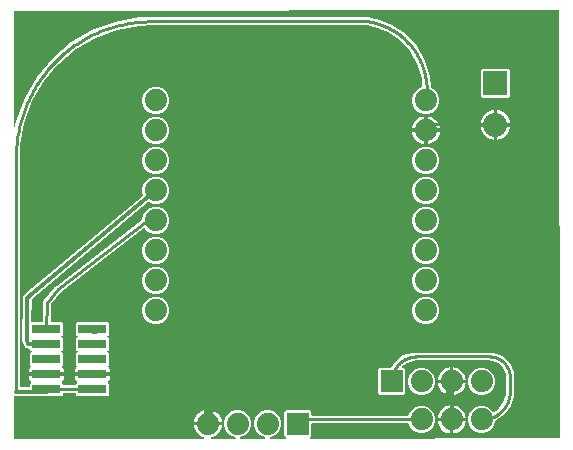
<source format=gbr>
G04 EAGLE Gerber X2 export*
%TF.Part,Single*%
%TF.FileFunction,Copper,L1,Top,Mixed*%
%TF.FilePolarity,Positive*%
%TF.GenerationSoftware,Autodesk,EAGLE,8.6.0*%
%TF.CreationDate,2018-11-20T04:50:41Z*%
G75*
%MOMM*%
%FSLAX34Y34*%
%LPD*%
%AMOC8*
5,1,8,0,0,1.08239X$1,22.5*%
G01*
%ADD10R,1.879600X1.879600*%
%ADD11C,1.879600*%
%ADD12R,2.400000X0.750000*%
%ADD13R,2.032000X2.032000*%
%ADD14C,2.032000*%
%ADD15C,0.254000*%
%ADD16C,0.304800*%

G36*
X165044Y4077D02*
X165044Y4077D01*
X165047Y4078D01*
X165050Y4077D01*
X165169Y4098D01*
X165286Y4117D01*
X165289Y4119D01*
X165293Y4120D01*
X165400Y4178D01*
X165504Y4233D01*
X165506Y4235D01*
X165509Y4237D01*
X165591Y4325D01*
X165673Y4411D01*
X165674Y4415D01*
X165676Y4417D01*
X165725Y4524D01*
X165776Y4635D01*
X165776Y4638D01*
X165778Y4641D01*
X165790Y4760D01*
X165803Y4879D01*
X165802Y4882D01*
X165802Y4886D01*
X165775Y5004D01*
X165750Y5119D01*
X165748Y5122D01*
X165748Y5126D01*
X165684Y5229D01*
X165624Y5330D01*
X165621Y5333D01*
X165619Y5335D01*
X165527Y5413D01*
X165436Y5490D01*
X165433Y5491D01*
X165431Y5493D01*
X165278Y5563D01*
X164073Y5954D01*
X162399Y6807D01*
X160878Y7912D01*
X159550Y9240D01*
X158445Y10761D01*
X157592Y12435D01*
X157011Y14222D01*
X156810Y15495D01*
X167894Y15495D01*
X167914Y15498D01*
X167933Y15496D01*
X168035Y15518D01*
X168137Y15535D01*
X168154Y15544D01*
X168174Y15548D01*
X168263Y15601D01*
X168354Y15650D01*
X168368Y15664D01*
X168385Y15674D01*
X168452Y15753D01*
X168523Y15828D01*
X168532Y15846D01*
X168545Y15861D01*
X168583Y15957D01*
X168627Y16051D01*
X168629Y16071D01*
X168637Y16089D01*
X168655Y16256D01*
X168655Y17019D01*
X168657Y17019D01*
X168657Y16256D01*
X168660Y16236D01*
X168658Y16217D01*
X168680Y16115D01*
X168697Y16013D01*
X168706Y15996D01*
X168710Y15976D01*
X168763Y15887D01*
X168812Y15796D01*
X168826Y15782D01*
X168836Y15765D01*
X168915Y15698D01*
X168990Y15627D01*
X169008Y15618D01*
X169023Y15605D01*
X169119Y15566D01*
X169213Y15523D01*
X169233Y15521D01*
X169251Y15513D01*
X169418Y15495D01*
X180502Y15495D01*
X180301Y14222D01*
X179720Y12435D01*
X178867Y10761D01*
X177762Y9240D01*
X176434Y7912D01*
X174913Y6807D01*
X173239Y5954D01*
X172071Y5574D01*
X172066Y5572D01*
X172062Y5571D01*
X171957Y5516D01*
X171852Y5462D01*
X171849Y5458D01*
X171845Y5456D01*
X171763Y5370D01*
X171681Y5285D01*
X171679Y5281D01*
X171676Y5277D01*
X171625Y5169D01*
X171575Y5063D01*
X171574Y5058D01*
X171572Y5054D01*
X171559Y4936D01*
X171545Y4819D01*
X171546Y4814D01*
X171546Y4810D01*
X171571Y4694D01*
X171595Y4578D01*
X171597Y4574D01*
X171598Y4569D01*
X171660Y4467D01*
X171719Y4365D01*
X171722Y4362D01*
X171725Y4358D01*
X171816Y4281D01*
X171904Y4204D01*
X171908Y4202D01*
X171912Y4199D01*
X172022Y4155D01*
X172131Y4109D01*
X172136Y4109D01*
X172140Y4107D01*
X172307Y4089D01*
X191498Y4120D01*
X191594Y4136D01*
X191690Y4145D01*
X191714Y4156D01*
X191741Y4160D01*
X191826Y4206D01*
X191915Y4245D01*
X191934Y4263D01*
X191958Y4276D01*
X192024Y4346D01*
X192096Y4412D01*
X192109Y4435D01*
X192127Y4454D01*
X192168Y4542D01*
X192214Y4627D01*
X192219Y4653D01*
X192230Y4678D01*
X192241Y4774D01*
X192258Y4869D01*
X192254Y4896D01*
X192257Y4922D01*
X192236Y5017D01*
X192222Y5112D01*
X192210Y5136D01*
X192204Y5162D01*
X192155Y5245D01*
X192111Y5332D01*
X192092Y5350D01*
X192078Y5373D01*
X192004Y5436D01*
X191935Y5504D01*
X191906Y5520D01*
X191891Y5533D01*
X191860Y5545D01*
X191788Y5585D01*
X187581Y7328D01*
X184366Y10543D01*
X182625Y14744D01*
X182625Y19292D01*
X184366Y23493D01*
X187581Y26708D01*
X191782Y28449D01*
X196330Y28449D01*
X200531Y26708D01*
X203746Y23493D01*
X205487Y19292D01*
X205487Y14744D01*
X203746Y10543D01*
X200531Y7328D01*
X196344Y5593D01*
X196261Y5542D01*
X196174Y5496D01*
X196157Y5477D01*
X196135Y5464D01*
X196073Y5388D01*
X196005Y5317D01*
X195994Y5294D01*
X195978Y5274D01*
X195943Y5183D01*
X195902Y5094D01*
X195899Y5068D01*
X195890Y5044D01*
X195886Y4947D01*
X195875Y4849D01*
X195881Y4824D01*
X195879Y4799D01*
X195907Y4705D01*
X195928Y4609D01*
X195941Y4587D01*
X195948Y4562D01*
X196004Y4482D01*
X196054Y4398D01*
X196074Y4381D01*
X196088Y4360D01*
X196167Y4302D01*
X196241Y4238D01*
X196265Y4229D01*
X196286Y4214D01*
X196379Y4183D01*
X196470Y4147D01*
X196501Y4143D01*
X196520Y4137D01*
X196553Y4138D01*
X196637Y4129D01*
X216799Y4161D01*
X216894Y4177D01*
X216991Y4186D01*
X217015Y4197D01*
X217042Y4202D01*
X217127Y4247D01*
X217215Y4286D01*
X217235Y4304D01*
X217259Y4317D01*
X217325Y4387D01*
X217397Y4453D01*
X217409Y4476D01*
X217428Y4496D01*
X217468Y4583D01*
X217515Y4668D01*
X217520Y4695D01*
X217531Y4719D01*
X217542Y4815D01*
X217559Y4910D01*
X217555Y4937D01*
X217558Y4963D01*
X217537Y5058D01*
X217523Y5154D01*
X217511Y5177D01*
X217505Y5204D01*
X217455Y5287D01*
X217412Y5373D01*
X217392Y5392D01*
X217379Y5415D01*
X217305Y5477D01*
X217236Y5545D01*
X217207Y5561D01*
X217191Y5574D01*
X217161Y5586D01*
X217089Y5626D01*
X212981Y7328D01*
X209766Y10543D01*
X208025Y14744D01*
X208025Y19292D01*
X209766Y23493D01*
X212981Y26708D01*
X217182Y28449D01*
X221730Y28449D01*
X225931Y26708D01*
X229146Y23493D01*
X230887Y19292D01*
X230887Y14744D01*
X229146Y10543D01*
X225931Y7328D01*
X221844Y5635D01*
X221761Y5583D01*
X221674Y5537D01*
X221657Y5518D01*
X221635Y5505D01*
X221572Y5430D01*
X221505Y5358D01*
X221494Y5335D01*
X221478Y5316D01*
X221443Y5224D01*
X221402Y5135D01*
X221399Y5110D01*
X221390Y5086D01*
X221386Y4988D01*
X221375Y4891D01*
X221381Y4866D01*
X221380Y4840D01*
X221407Y4746D01*
X221428Y4650D01*
X221441Y4628D01*
X221448Y4604D01*
X221504Y4523D01*
X221554Y4439D01*
X221574Y4423D01*
X221588Y4402D01*
X221667Y4343D01*
X221741Y4280D01*
X221765Y4270D01*
X221786Y4255D01*
X221879Y4225D01*
X221970Y4188D01*
X222001Y4185D01*
X222020Y4179D01*
X222053Y4179D01*
X222137Y4170D01*
X234177Y4190D01*
X234247Y4201D01*
X234318Y4203D01*
X234368Y4221D01*
X234420Y4230D01*
X234483Y4263D01*
X234549Y4288D01*
X234590Y4320D01*
X234637Y4345D01*
X234686Y4397D01*
X234741Y4441D01*
X234770Y4486D01*
X234806Y4524D01*
X234836Y4588D01*
X234874Y4648D01*
X234887Y4699D01*
X234909Y4747D01*
X234917Y4818D01*
X234934Y4887D01*
X234930Y4939D01*
X234936Y4992D01*
X234921Y5061D01*
X234915Y5132D01*
X234895Y5180D01*
X234883Y5232D01*
X234847Y5293D01*
X234819Y5358D01*
X234773Y5415D01*
X234757Y5443D01*
X234739Y5458D01*
X234714Y5489D01*
X233425Y6778D01*
X233425Y27258D01*
X234616Y28449D01*
X255096Y28449D01*
X256287Y27258D01*
X256287Y24638D01*
X256290Y24618D01*
X256288Y24599D01*
X256310Y24497D01*
X256326Y24395D01*
X256336Y24378D01*
X256340Y24358D01*
X256393Y24269D01*
X256442Y24178D01*
X256456Y24164D01*
X256466Y24147D01*
X256545Y24080D01*
X256620Y24008D01*
X256638Y24000D01*
X256653Y23987D01*
X256749Y23948D01*
X256843Y23905D01*
X256863Y23903D01*
X256881Y23895D01*
X257048Y23877D01*
X338245Y23877D01*
X338360Y23896D01*
X338476Y23913D01*
X338481Y23915D01*
X338488Y23916D01*
X338590Y23971D01*
X338695Y24024D01*
X338699Y24029D01*
X338705Y24032D01*
X338785Y24116D01*
X338867Y24200D01*
X338871Y24206D01*
X338874Y24210D01*
X338882Y24227D01*
X338948Y24347D01*
X340068Y27049D01*
X343283Y30264D01*
X347484Y32005D01*
X352032Y32005D01*
X356233Y30264D01*
X359448Y27049D01*
X361189Y22848D01*
X361189Y18300D01*
X359448Y14099D01*
X356233Y10884D01*
X352032Y9143D01*
X347484Y9143D01*
X343283Y10884D01*
X340068Y14099D01*
X338948Y16801D01*
X338887Y16901D01*
X338827Y17001D01*
X338822Y17005D01*
X338819Y17010D01*
X338729Y17085D01*
X338640Y17161D01*
X338634Y17163D01*
X338629Y17167D01*
X338521Y17209D01*
X338412Y17253D01*
X338404Y17254D01*
X338399Y17255D01*
X338381Y17256D01*
X338245Y17271D01*
X257048Y17271D01*
X257028Y17268D01*
X257009Y17270D01*
X256907Y17248D01*
X256805Y17232D01*
X256788Y17222D01*
X256768Y17218D01*
X256679Y17165D01*
X256588Y17116D01*
X256574Y17102D01*
X256557Y17092D01*
X256490Y17013D01*
X256418Y16938D01*
X256410Y16920D01*
X256397Y16905D01*
X256358Y16809D01*
X256315Y16715D01*
X256313Y16695D01*
X256305Y16677D01*
X256287Y16510D01*
X256287Y6778D01*
X255033Y5524D01*
X254990Y5465D01*
X254941Y5413D01*
X254919Y5366D01*
X254889Y5324D01*
X254868Y5255D01*
X254837Y5189D01*
X254832Y5138D01*
X254817Y5089D01*
X254819Y5017D01*
X254811Y4945D01*
X254822Y4895D01*
X254823Y4843D01*
X254848Y4775D01*
X254863Y4705D01*
X254890Y4661D01*
X254908Y4612D01*
X254953Y4556D01*
X254990Y4494D01*
X255029Y4460D01*
X255061Y4420D01*
X255122Y4381D01*
X255177Y4334D01*
X255225Y4315D01*
X255268Y4287D01*
X255338Y4270D01*
X255405Y4243D01*
X255476Y4235D01*
X255507Y4227D01*
X255530Y4229D01*
X255572Y4224D01*
X465832Y4566D01*
X465851Y4569D01*
X465871Y4567D01*
X465972Y4589D01*
X466074Y4606D01*
X466092Y4616D01*
X466111Y4620D01*
X466200Y4673D01*
X466292Y4722D01*
X466305Y4736D01*
X466322Y4746D01*
X466389Y4825D01*
X466461Y4900D01*
X466469Y4918D01*
X466482Y4933D01*
X466520Y5029D01*
X466564Y5124D01*
X466566Y5143D01*
X466573Y5162D01*
X466592Y5328D01*
X466095Y366264D01*
X466092Y366284D01*
X466094Y366303D01*
X466072Y366405D01*
X466055Y366507D01*
X466046Y366524D01*
X466041Y366544D01*
X465988Y366633D01*
X465939Y366724D01*
X465925Y366738D01*
X465915Y366755D01*
X465836Y366822D01*
X465761Y366893D01*
X465743Y366901D01*
X465728Y366914D01*
X465632Y366953D01*
X465538Y366996D01*
X465518Y366999D01*
X465500Y367006D01*
X465333Y367024D01*
X5079Y366524D01*
X5060Y366521D01*
X5041Y366523D01*
X4939Y366501D01*
X4836Y366484D01*
X4819Y366475D01*
X4800Y366471D01*
X4711Y366418D01*
X4619Y366369D01*
X4606Y366355D01*
X4589Y366345D01*
X4521Y366266D01*
X4450Y366190D01*
X4442Y366173D01*
X4429Y366158D01*
X4390Y366061D01*
X4347Y365967D01*
X4345Y365948D01*
X4337Y365930D01*
X4319Y365763D01*
X4319Y269301D01*
X4328Y269244D01*
X4327Y269187D01*
X4348Y269124D01*
X4358Y269058D01*
X4385Y269008D01*
X4403Y268953D01*
X4442Y268900D01*
X4474Y268841D01*
X4515Y268801D01*
X4549Y268755D01*
X4604Y268717D01*
X4652Y268671D01*
X4704Y268647D01*
X4751Y268615D01*
X4815Y268596D01*
X4875Y268568D01*
X4932Y268561D01*
X4987Y268545D01*
X5053Y268548D01*
X5119Y268541D01*
X5175Y268553D01*
X5233Y268555D01*
X5295Y268579D01*
X5360Y268593D01*
X5409Y268622D01*
X5462Y268643D01*
X5514Y268685D01*
X5571Y268719D01*
X5608Y268763D01*
X5652Y268799D01*
X5688Y268855D01*
X5731Y268906D01*
X5752Y268959D01*
X5783Y269008D01*
X5811Y269105D01*
X5823Y269134D01*
X5825Y269152D01*
X5830Y269169D01*
X6628Y273698D01*
X13682Y293077D01*
X23993Y310936D01*
X37248Y326734D01*
X53046Y339989D01*
X70905Y350300D01*
X90284Y357354D01*
X110593Y360935D01*
X302961Y360935D01*
X302994Y360940D01*
X303028Y360938D01*
X303115Y360960D01*
X303204Y360974D01*
X303233Y360990D01*
X303266Y360999D01*
X303411Y361082D01*
X303441Y361104D01*
X304487Y360944D01*
X304520Y360944D01*
X304602Y360935D01*
X305660Y360935D01*
X305686Y360909D01*
X305713Y360889D01*
X305735Y360864D01*
X305813Y360818D01*
X305886Y360765D01*
X305918Y360755D01*
X305947Y360738D01*
X306109Y360694D01*
X311686Y359838D01*
X324655Y354708D01*
X336158Y346819D01*
X345617Y336570D01*
X352557Y324472D01*
X356632Y311133D01*
X357291Y302010D01*
X357312Y301923D01*
X357325Y301834D01*
X357340Y301804D01*
X357348Y301771D01*
X357396Y301695D01*
X357436Y301615D01*
X357460Y301591D01*
X357478Y301562D01*
X357548Y301505D01*
X357612Y301442D01*
X357650Y301421D01*
X357669Y301406D01*
X357698Y301395D01*
X357759Y301361D01*
X359789Y300520D01*
X363004Y297305D01*
X364745Y293104D01*
X364745Y288556D01*
X363004Y284355D01*
X359789Y281140D01*
X355588Y279399D01*
X351040Y279399D01*
X346839Y281140D01*
X343624Y284355D01*
X341883Y288556D01*
X341883Y293104D01*
X343624Y297305D01*
X346839Y300520D01*
X349820Y301755D01*
X349838Y301767D01*
X349859Y301773D01*
X349942Y301831D01*
X350029Y301885D01*
X350043Y301901D01*
X350060Y301914D01*
X350121Y301996D01*
X350186Y302074D01*
X350194Y302094D01*
X350206Y302112D01*
X350238Y302209D01*
X350274Y302304D01*
X350275Y302325D01*
X350282Y302346D01*
X350288Y302513D01*
X349764Y309766D01*
X349764Y309768D01*
X349764Y309769D01*
X349733Y309934D01*
X346166Y321611D01*
X346165Y321612D01*
X346165Y321614D01*
X346098Y321767D01*
X340022Y332358D01*
X340021Y332359D01*
X340021Y332361D01*
X339921Y332496D01*
X331641Y341469D01*
X331640Y341470D01*
X331639Y341471D01*
X331512Y341580D01*
X321442Y348486D01*
X321441Y348487D01*
X321440Y348487D01*
X321292Y348566D01*
X309938Y353058D01*
X309906Y353065D01*
X309815Y353095D01*
X304055Y354313D01*
X304040Y354313D01*
X303898Y354329D01*
X120904Y354329D01*
X120891Y354327D01*
X120871Y354329D01*
X111241Y353908D01*
X111210Y353902D01*
X111142Y353897D01*
X92175Y350553D01*
X92145Y350543D01*
X92047Y350519D01*
X73949Y343931D01*
X73921Y343916D01*
X73828Y343875D01*
X57149Y334245D01*
X57125Y334226D01*
X57040Y334169D01*
X42286Y321789D01*
X42266Y321766D01*
X42193Y321696D01*
X29813Y306942D01*
X29797Y306915D01*
X29737Y306833D01*
X20107Y290154D01*
X20096Y290124D01*
X20051Y290033D01*
X13463Y271935D01*
X13458Y271904D01*
X13429Y271807D01*
X10085Y252840D01*
X10084Y252808D01*
X10074Y252741D01*
X9653Y243111D01*
X9655Y243098D01*
X9653Y243078D01*
X9653Y48514D01*
X9656Y48494D01*
X9654Y48475D01*
X9676Y48373D01*
X9692Y48271D01*
X9702Y48254D01*
X9706Y48234D01*
X9759Y48145D01*
X9808Y48054D01*
X9822Y48040D01*
X9832Y48023D01*
X9911Y47956D01*
X9986Y47884D01*
X10004Y47876D01*
X10019Y47863D01*
X10115Y47824D01*
X10209Y47781D01*
X10229Y47779D01*
X10247Y47771D01*
X10414Y47753D01*
X17268Y47753D01*
X17288Y47756D01*
X17307Y47754D01*
X17409Y47776D01*
X17511Y47792D01*
X17528Y47802D01*
X17548Y47806D01*
X17637Y47859D01*
X17728Y47908D01*
X17742Y47922D01*
X17759Y47932D01*
X17826Y48011D01*
X17898Y48086D01*
X17906Y48104D01*
X17919Y48119D01*
X17958Y48215D01*
X18001Y48309D01*
X18003Y48329D01*
X18011Y48347D01*
X18029Y48514D01*
X18029Y50820D01*
X18975Y51765D01*
X19044Y51862D01*
X19115Y51958D01*
X19116Y51962D01*
X19118Y51965D01*
X19153Y52078D01*
X19189Y52192D01*
X19189Y52196D01*
X19191Y52200D01*
X19188Y52319D01*
X19186Y52438D01*
X19184Y52442D01*
X19184Y52446D01*
X19144Y52557D01*
X19104Y52670D01*
X19101Y52673D01*
X19100Y52677D01*
X19026Y52770D01*
X18952Y52864D01*
X18948Y52867D01*
X18946Y52869D01*
X18934Y52877D01*
X18817Y52963D01*
X18502Y53145D01*
X18029Y53618D01*
X17694Y54197D01*
X17521Y54844D01*
X17521Y57405D01*
X31300Y57405D01*
X31320Y57408D01*
X31339Y57406D01*
X31441Y57428D01*
X31543Y57445D01*
X31560Y57454D01*
X31580Y57458D01*
X31669Y57511D01*
X31760Y57560D01*
X31774Y57574D01*
X31791Y57584D01*
X31858Y57663D01*
X31929Y57738D01*
X31938Y57756D01*
X31951Y57771D01*
X31990Y57867D01*
X32033Y57961D01*
X32035Y57981D01*
X32043Y57999D01*
X32061Y58166D01*
X32061Y59690D01*
X32058Y59710D01*
X32060Y59729D01*
X32038Y59831D01*
X32021Y59933D01*
X32012Y59950D01*
X32008Y59970D01*
X31955Y60059D01*
X31906Y60150D01*
X31892Y60164D01*
X31882Y60181D01*
X31803Y60248D01*
X31728Y60319D01*
X31710Y60328D01*
X31695Y60341D01*
X31599Y60380D01*
X31505Y60423D01*
X31485Y60425D01*
X31467Y60433D01*
X31300Y60451D01*
X17521Y60451D01*
X17521Y63012D01*
X17694Y63659D01*
X18029Y64238D01*
X18502Y64711D01*
X18817Y64893D01*
X18909Y64968D01*
X19002Y65043D01*
X19004Y65046D01*
X19007Y65049D01*
X19070Y65149D01*
X19135Y65250D01*
X19136Y65254D01*
X19138Y65257D01*
X19166Y65373D01*
X19195Y65488D01*
X19195Y65492D01*
X19196Y65496D01*
X19185Y65613D01*
X19176Y65733D01*
X19174Y65737D01*
X19174Y65741D01*
X19126Y65850D01*
X19080Y65960D01*
X19076Y65964D01*
X19075Y65967D01*
X19066Y65977D01*
X18975Y66091D01*
X18029Y67036D01*
X18029Y76220D01*
X19249Y77440D01*
X19261Y77456D01*
X19276Y77468D01*
X19332Y77556D01*
X19393Y77639D01*
X19398Y77658D01*
X19409Y77675D01*
X19434Y77776D01*
X19465Y77875D01*
X19464Y77894D01*
X19469Y77914D01*
X19461Y78017D01*
X19459Y78120D01*
X19452Y78139D01*
X19450Y78159D01*
X19410Y78254D01*
X19374Y78351D01*
X19362Y78367D01*
X19354Y78385D01*
X19249Y78516D01*
X18029Y79736D01*
X18029Y79879D01*
X18023Y79920D01*
X18025Y79961D01*
X18003Y80040D01*
X17990Y80122D01*
X17970Y80158D01*
X17959Y80198D01*
X17913Y80266D01*
X17874Y80339D01*
X17845Y80367D01*
X17821Y80402D01*
X17756Y80452D01*
X17696Y80509D01*
X17659Y80526D01*
X17626Y80551D01*
X17548Y80577D01*
X17473Y80612D01*
X17432Y80617D01*
X17393Y80630D01*
X17310Y80630D01*
X17229Y80639D01*
X17188Y80630D01*
X17147Y80631D01*
X16994Y80588D01*
X16988Y80587D01*
X16987Y80586D01*
X16985Y80586D01*
X16717Y80479D01*
X16178Y80710D01*
X16110Y80727D01*
X16044Y80753D01*
X15970Y80761D01*
X15939Y80769D01*
X15917Y80767D01*
X15878Y80771D01*
X15291Y80771D01*
X14837Y81225D01*
X14788Y81261D01*
X14745Y81304D01*
X14664Y81350D01*
X14637Y81369D01*
X14622Y81373D01*
X14599Y81386D01*
X14009Y81639D01*
X13791Y82184D01*
X13755Y82244D01*
X13727Y82309D01*
X13681Y82367D01*
X13664Y82395D01*
X13647Y82409D01*
X13622Y82440D01*
X13207Y82855D01*
X13207Y83496D01*
X13197Y83557D01*
X13198Y83618D01*
X13173Y83707D01*
X13168Y83739D01*
X13160Y83754D01*
X13153Y83779D01*
X12249Y86039D01*
X12217Y86092D01*
X12194Y86150D01*
X12139Y86221D01*
X12122Y86249D01*
X12109Y86260D01*
X12092Y86283D01*
X11653Y86741D01*
X11665Y87335D01*
X11656Y87403D01*
X11656Y87472D01*
X11635Y87546D01*
X11631Y87578D01*
X11621Y87598D01*
X11611Y87634D01*
X11391Y88185D01*
X11641Y88769D01*
X11656Y88829D01*
X11673Y88869D01*
X11674Y88872D01*
X11674Y88873D01*
X11680Y88886D01*
X11692Y88976D01*
X11700Y89007D01*
X11698Y89024D01*
X11702Y89052D01*
X12411Y122154D01*
X12402Y122219D01*
X12403Y122285D01*
X12385Y122340D01*
X12377Y122398D01*
X12347Y122457D01*
X12327Y122519D01*
X12326Y122520D01*
X12446Y123868D01*
X12445Y123888D01*
X12449Y123920D01*
X12478Y125284D01*
X12484Y125296D01*
X12519Y125342D01*
X12540Y125404D01*
X12570Y125463D01*
X12570Y125464D01*
X13608Y126333D01*
X13621Y126347D01*
X13646Y126367D01*
X14632Y127311D01*
X14644Y127315D01*
X14702Y127323D01*
X14761Y127353D01*
X14823Y127373D01*
X14892Y127419D01*
X14922Y127434D01*
X14935Y127448D01*
X14963Y127466D01*
X113670Y210029D01*
X113688Y210050D01*
X113711Y210066D01*
X113768Y210143D01*
X113831Y210215D01*
X113841Y210241D01*
X113858Y210263D01*
X113887Y210354D01*
X113923Y210443D01*
X113925Y210471D01*
X113934Y210497D01*
X113933Y210593D01*
X113939Y210688D01*
X113932Y210715D01*
X113931Y210743D01*
X113885Y210904D01*
X113283Y212356D01*
X113283Y216904D01*
X115024Y221105D01*
X118239Y224320D01*
X122440Y226061D01*
X126988Y226061D01*
X131189Y224320D01*
X134404Y221105D01*
X136145Y216904D01*
X136145Y212356D01*
X134404Y208155D01*
X131189Y204940D01*
X126988Y203199D01*
X122440Y203199D01*
X118955Y204643D01*
X118873Y204662D01*
X118795Y204690D01*
X118754Y204690D01*
X118715Y204699D01*
X118632Y204691D01*
X118549Y204692D01*
X118511Y204680D01*
X118470Y204676D01*
X118394Y204642D01*
X118315Y204616D01*
X118271Y204587D01*
X118246Y204576D01*
X118224Y204556D01*
X118175Y204524D01*
X19789Y122228D01*
X19713Y122140D01*
X19635Y122053D01*
X19632Y122047D01*
X19628Y122042D01*
X19584Y121935D01*
X19538Y121827D01*
X19537Y121819D01*
X19535Y121814D01*
X19534Y121795D01*
X19516Y121661D01*
X19129Y103588D01*
X19133Y103560D01*
X19129Y103533D01*
X19150Y103439D01*
X19163Y103345D01*
X19176Y103320D01*
X19182Y103292D01*
X19231Y103210D01*
X19274Y103125D01*
X19294Y103105D01*
X19308Y103081D01*
X19380Y103019D01*
X19448Y102952D01*
X19473Y102939D01*
X19495Y102921D01*
X19583Y102885D01*
X19669Y102843D01*
X19697Y102840D01*
X19723Y102829D01*
X19890Y102811D01*
X28218Y102811D01*
X28225Y102812D01*
X28232Y102811D01*
X28346Y102832D01*
X28461Y102850D01*
X28467Y102854D01*
X28474Y102855D01*
X28576Y102911D01*
X28678Y102966D01*
X28683Y102971D01*
X28689Y102974D01*
X28768Y103060D01*
X28848Y103144D01*
X28851Y103150D01*
X28855Y103155D01*
X28902Y103262D01*
X28951Y103367D01*
X28952Y103374D01*
X28955Y103380D01*
X28979Y103546D01*
X29513Y119246D01*
X29509Y119279D01*
X29509Y119358D01*
X29388Y120420D01*
X29404Y120440D01*
X29421Y120471D01*
X29445Y120497D01*
X29481Y120578D01*
X29524Y120654D01*
X29530Y120689D01*
X29545Y120722D01*
X29569Y120888D01*
X29570Y120913D01*
X30350Y121643D01*
X30370Y121669D01*
X30426Y121725D01*
X38457Y131817D01*
X38516Y131924D01*
X38576Y132029D01*
X38576Y132031D01*
X38577Y132032D01*
X38578Y132038D01*
X38616Y132192D01*
X38647Y132431D01*
X39337Y132960D01*
X39343Y132966D01*
X39351Y132971D01*
X39469Y133090D01*
X40010Y133770D01*
X40250Y133797D01*
X40365Y133830D01*
X40484Y133863D01*
X40485Y133864D01*
X40486Y133864D01*
X40491Y133867D01*
X40627Y133950D01*
X112985Y189461D01*
X112998Y189474D01*
X113013Y189483D01*
X113082Y189564D01*
X113154Y189640D01*
X113161Y189657D01*
X113173Y189670D01*
X113212Y189768D01*
X113256Y189864D01*
X113258Y189882D01*
X113265Y189898D01*
X113283Y190065D01*
X113283Y191504D01*
X115024Y195705D01*
X118239Y198920D01*
X122440Y200661D01*
X126988Y200661D01*
X131189Y198920D01*
X134404Y195705D01*
X136145Y191504D01*
X136145Y186956D01*
X134404Y182755D01*
X131189Y179540D01*
X126988Y177799D01*
X122440Y177799D01*
X118239Y179540D01*
X115527Y182252D01*
X115451Y182306D01*
X115380Y182366D01*
X115352Y182377D01*
X115327Y182395D01*
X115238Y182422D01*
X115151Y182457D01*
X115121Y182459D01*
X115092Y182467D01*
X114999Y182465D01*
X114906Y182470D01*
X114877Y182462D01*
X114846Y182461D01*
X114759Y182429D01*
X114669Y182404D01*
X114636Y182384D01*
X114615Y182377D01*
X114590Y182356D01*
X114525Y182317D01*
X44149Y128326D01*
X44143Y128320D01*
X44135Y128315D01*
X44017Y128196D01*
X36244Y118428D01*
X36227Y118397D01*
X36203Y118371D01*
X36167Y118290D01*
X36124Y118213D01*
X36118Y118178D01*
X36103Y118146D01*
X36079Y117980D01*
X35590Y103598D01*
X35594Y103565D01*
X35591Y103533D01*
X35610Y103444D01*
X35622Y103354D01*
X35636Y103324D01*
X35643Y103292D01*
X35689Y103214D01*
X35729Y103133D01*
X35752Y103109D01*
X35769Y103081D01*
X35838Y103022D01*
X35902Y102957D01*
X35931Y102943D01*
X35956Y102921D01*
X36040Y102887D01*
X36121Y102846D01*
X36154Y102841D01*
X36184Y102829D01*
X36351Y102811D01*
X44904Y102811D01*
X46095Y101620D01*
X46095Y92436D01*
X44875Y91216D01*
X44863Y91200D01*
X44848Y91188D01*
X44792Y91100D01*
X44731Y91017D01*
X44726Y90998D01*
X44715Y90981D01*
X44690Y90880D01*
X44659Y90781D01*
X44660Y90762D01*
X44655Y90742D01*
X44663Y90639D01*
X44665Y90536D01*
X44672Y90517D01*
X44674Y90497D01*
X44714Y90402D01*
X44750Y90305D01*
X44762Y90289D01*
X44770Y90271D01*
X44875Y90140D01*
X46095Y88920D01*
X46095Y79736D01*
X44875Y78516D01*
X44863Y78500D01*
X44848Y78488D01*
X44792Y78400D01*
X44731Y78317D01*
X44726Y78298D01*
X44715Y78281D01*
X44690Y78180D01*
X44659Y78081D01*
X44660Y78062D01*
X44655Y78042D01*
X44663Y77939D01*
X44665Y77836D01*
X44672Y77817D01*
X44674Y77797D01*
X44714Y77702D01*
X44750Y77605D01*
X44762Y77589D01*
X44770Y77571D01*
X44875Y77440D01*
X46095Y76220D01*
X46095Y67036D01*
X45149Y66091D01*
X45080Y65994D01*
X45009Y65898D01*
X45008Y65894D01*
X45006Y65891D01*
X44971Y65778D01*
X44935Y65664D01*
X44935Y65660D01*
X44933Y65656D01*
X44936Y65537D01*
X44938Y65418D01*
X44940Y65414D01*
X44940Y65410D01*
X44980Y65299D01*
X45020Y65186D01*
X45023Y65183D01*
X45024Y65179D01*
X45098Y65086D01*
X45172Y64992D01*
X45176Y64989D01*
X45178Y64987D01*
X45190Y64979D01*
X45307Y64893D01*
X45622Y64711D01*
X46095Y64238D01*
X46430Y63659D01*
X46603Y63012D01*
X46603Y60451D01*
X32824Y60451D01*
X32804Y60448D01*
X32785Y60450D01*
X32683Y60428D01*
X32581Y60411D01*
X32564Y60402D01*
X32544Y60398D01*
X32455Y60345D01*
X32364Y60296D01*
X32350Y60282D01*
X32333Y60272D01*
X32266Y60193D01*
X32195Y60118D01*
X32186Y60100D01*
X32173Y60085D01*
X32134Y59989D01*
X32091Y59895D01*
X32089Y59875D01*
X32081Y59857D01*
X32063Y59690D01*
X32063Y58166D01*
X32066Y58146D01*
X32064Y58127D01*
X32086Y58025D01*
X32103Y57923D01*
X32112Y57906D01*
X32116Y57886D01*
X32169Y57797D01*
X32218Y57706D01*
X32232Y57692D01*
X32242Y57675D01*
X32321Y57608D01*
X32396Y57537D01*
X32414Y57528D01*
X32429Y57515D01*
X32525Y57476D01*
X32619Y57433D01*
X32639Y57431D01*
X32657Y57423D01*
X32824Y57405D01*
X46603Y57405D01*
X46603Y54844D01*
X46430Y54197D01*
X46095Y53618D01*
X45622Y53145D01*
X45307Y52963D01*
X45215Y52888D01*
X45122Y52813D01*
X45120Y52810D01*
X45117Y52807D01*
X45054Y52707D01*
X44989Y52606D01*
X44988Y52602D01*
X44986Y52599D01*
X44958Y52483D01*
X44929Y52368D01*
X44929Y52364D01*
X44928Y52360D01*
X44939Y52241D01*
X44948Y52123D01*
X44950Y52119D01*
X44950Y52115D01*
X44998Y52006D01*
X45044Y51896D01*
X45048Y51892D01*
X45049Y51889D01*
X45058Y51879D01*
X45149Y51765D01*
X46095Y50820D01*
X46095Y50292D01*
X46098Y50272D01*
X46096Y50253D01*
X46118Y50151D01*
X46134Y50049D01*
X46144Y50032D01*
X46148Y50012D01*
X46201Y49923D01*
X46250Y49832D01*
X46264Y49818D01*
X46274Y49801D01*
X46353Y49734D01*
X46428Y49662D01*
X46446Y49654D01*
X46461Y49641D01*
X46557Y49602D01*
X46651Y49559D01*
X46671Y49557D01*
X46689Y49549D01*
X46856Y49531D01*
X56268Y49531D01*
X56288Y49534D01*
X56307Y49532D01*
X56409Y49554D01*
X56511Y49570D01*
X56528Y49580D01*
X56548Y49584D01*
X56637Y49637D01*
X56728Y49686D01*
X56742Y49700D01*
X56759Y49710D01*
X56826Y49789D01*
X56898Y49864D01*
X56906Y49882D01*
X56919Y49897D01*
X56958Y49993D01*
X57001Y50087D01*
X57003Y50107D01*
X57011Y50125D01*
X57029Y50292D01*
X57029Y50820D01*
X57975Y51765D01*
X58044Y51862D01*
X58115Y51958D01*
X58116Y51962D01*
X58118Y51965D01*
X58153Y52078D01*
X58189Y52192D01*
X58189Y52196D01*
X58191Y52200D01*
X58188Y52319D01*
X58186Y52438D01*
X58184Y52442D01*
X58184Y52446D01*
X58144Y52557D01*
X58104Y52670D01*
X58101Y52673D01*
X58100Y52677D01*
X58026Y52770D01*
X57952Y52864D01*
X57948Y52867D01*
X57946Y52869D01*
X57934Y52877D01*
X57817Y52963D01*
X57502Y53145D01*
X57029Y53618D01*
X56694Y54197D01*
X56521Y54844D01*
X56521Y57405D01*
X70300Y57405D01*
X70320Y57408D01*
X70339Y57406D01*
X70441Y57428D01*
X70543Y57445D01*
X70560Y57454D01*
X70580Y57458D01*
X70669Y57511D01*
X70760Y57560D01*
X70774Y57574D01*
X70791Y57584D01*
X70858Y57663D01*
X70929Y57738D01*
X70938Y57756D01*
X70951Y57771D01*
X70990Y57867D01*
X71033Y57961D01*
X71035Y57981D01*
X71043Y57999D01*
X71061Y58166D01*
X71061Y59690D01*
X71058Y59710D01*
X71060Y59729D01*
X71038Y59831D01*
X71021Y59933D01*
X71012Y59950D01*
X71008Y59970D01*
X70955Y60059D01*
X70906Y60150D01*
X70892Y60164D01*
X70882Y60181D01*
X70803Y60248D01*
X70728Y60319D01*
X70710Y60328D01*
X70695Y60341D01*
X70599Y60380D01*
X70505Y60423D01*
X70485Y60425D01*
X70467Y60433D01*
X70300Y60451D01*
X56521Y60451D01*
X56521Y63012D01*
X56694Y63659D01*
X57029Y64238D01*
X57502Y64711D01*
X57817Y64893D01*
X57909Y64968D01*
X58002Y65043D01*
X58004Y65046D01*
X58007Y65049D01*
X58070Y65149D01*
X58135Y65250D01*
X58136Y65254D01*
X58138Y65257D01*
X58166Y65373D01*
X58195Y65488D01*
X58195Y65492D01*
X58196Y65496D01*
X58185Y65613D01*
X58176Y65733D01*
X58174Y65737D01*
X58174Y65741D01*
X58126Y65850D01*
X58080Y65960D01*
X58076Y65964D01*
X58075Y65967D01*
X58066Y65977D01*
X57975Y66091D01*
X57029Y67036D01*
X57029Y76220D01*
X58249Y77440D01*
X58261Y77456D01*
X58276Y77468D01*
X58332Y77556D01*
X58393Y77639D01*
X58398Y77658D01*
X58409Y77675D01*
X58434Y77776D01*
X58465Y77875D01*
X58464Y77894D01*
X58469Y77914D01*
X58461Y78017D01*
X58459Y78120D01*
X58452Y78139D01*
X58450Y78159D01*
X58410Y78254D01*
X58374Y78351D01*
X58362Y78367D01*
X58354Y78385D01*
X58249Y78516D01*
X57029Y79736D01*
X57029Y88920D01*
X58249Y90140D01*
X58261Y90156D01*
X58276Y90168D01*
X58332Y90256D01*
X58393Y90339D01*
X58398Y90358D01*
X58409Y90375D01*
X58434Y90476D01*
X58465Y90575D01*
X58464Y90594D01*
X58469Y90614D01*
X58461Y90717D01*
X58459Y90820D01*
X58452Y90839D01*
X58450Y90859D01*
X58410Y90954D01*
X58374Y91051D01*
X58362Y91067D01*
X58354Y91085D01*
X58249Y91216D01*
X57029Y92436D01*
X57029Y101620D01*
X58220Y102811D01*
X83904Y102811D01*
X85095Y101620D01*
X85095Y92436D01*
X83875Y91216D01*
X83863Y91200D01*
X83848Y91188D01*
X83792Y91100D01*
X83731Y91017D01*
X83726Y90998D01*
X83715Y90981D01*
X83690Y90880D01*
X83659Y90781D01*
X83660Y90762D01*
X83655Y90742D01*
X83663Y90639D01*
X83665Y90536D01*
X83672Y90517D01*
X83674Y90497D01*
X83714Y90402D01*
X83750Y90305D01*
X83762Y90289D01*
X83770Y90271D01*
X83875Y90140D01*
X85095Y88920D01*
X85095Y79736D01*
X83875Y78516D01*
X83863Y78500D01*
X83848Y78488D01*
X83792Y78400D01*
X83731Y78317D01*
X83726Y78298D01*
X83715Y78281D01*
X83690Y78180D01*
X83659Y78081D01*
X83660Y78062D01*
X83655Y78042D01*
X83663Y77939D01*
X83665Y77836D01*
X83672Y77817D01*
X83674Y77797D01*
X83714Y77702D01*
X83750Y77605D01*
X83762Y77589D01*
X83770Y77571D01*
X83875Y77440D01*
X85095Y76220D01*
X85095Y67036D01*
X84149Y66091D01*
X84080Y65994D01*
X84009Y65898D01*
X84008Y65894D01*
X84006Y65891D01*
X83971Y65778D01*
X83935Y65664D01*
X83935Y65660D01*
X83933Y65656D01*
X83936Y65537D01*
X83938Y65418D01*
X83940Y65414D01*
X83940Y65410D01*
X83980Y65299D01*
X84020Y65186D01*
X84023Y65183D01*
X84024Y65179D01*
X84098Y65086D01*
X84172Y64992D01*
X84176Y64989D01*
X84178Y64987D01*
X84190Y64979D01*
X84307Y64893D01*
X84622Y64711D01*
X85095Y64238D01*
X85430Y63659D01*
X85603Y63012D01*
X85603Y60451D01*
X71824Y60451D01*
X71804Y60448D01*
X71785Y60450D01*
X71683Y60428D01*
X71581Y60411D01*
X71564Y60402D01*
X71544Y60398D01*
X71455Y60345D01*
X71364Y60296D01*
X71350Y60282D01*
X71333Y60272D01*
X71266Y60193D01*
X71195Y60118D01*
X71186Y60100D01*
X71173Y60085D01*
X71134Y59989D01*
X71091Y59895D01*
X71089Y59875D01*
X71081Y59857D01*
X71063Y59690D01*
X71063Y58166D01*
X71066Y58146D01*
X71064Y58127D01*
X71086Y58025D01*
X71103Y57923D01*
X71112Y57906D01*
X71116Y57886D01*
X71169Y57797D01*
X71218Y57706D01*
X71232Y57692D01*
X71242Y57675D01*
X71321Y57608D01*
X71396Y57537D01*
X71414Y57528D01*
X71429Y57515D01*
X71525Y57476D01*
X71619Y57433D01*
X71639Y57431D01*
X71657Y57423D01*
X71824Y57405D01*
X85603Y57405D01*
X85603Y54844D01*
X85430Y54197D01*
X85095Y53618D01*
X84622Y53145D01*
X84307Y52963D01*
X84215Y52888D01*
X84122Y52813D01*
X84120Y52810D01*
X84117Y52807D01*
X84054Y52707D01*
X83989Y52606D01*
X83988Y52602D01*
X83986Y52599D01*
X83958Y52483D01*
X83929Y52368D01*
X83929Y52364D01*
X83928Y52360D01*
X83939Y52241D01*
X83948Y52123D01*
X83950Y52119D01*
X83950Y52115D01*
X83998Y52006D01*
X84044Y51896D01*
X84048Y51892D01*
X84049Y51889D01*
X84058Y51879D01*
X84149Y51765D01*
X85095Y50820D01*
X85095Y41636D01*
X83904Y40445D01*
X58220Y40445D01*
X57029Y41636D01*
X57029Y42164D01*
X57026Y42184D01*
X57028Y42203D01*
X57006Y42305D01*
X56990Y42407D01*
X56980Y42424D01*
X56976Y42444D01*
X56923Y42533D01*
X56874Y42624D01*
X56860Y42638D01*
X56850Y42655D01*
X56771Y42722D01*
X56696Y42794D01*
X56678Y42802D01*
X56663Y42815D01*
X56567Y42854D01*
X56473Y42897D01*
X56453Y42899D01*
X56435Y42907D01*
X56268Y42925D01*
X46856Y42925D01*
X46836Y42922D01*
X46817Y42924D01*
X46715Y42902D01*
X46613Y42886D01*
X46596Y42876D01*
X46576Y42872D01*
X46487Y42819D01*
X46396Y42770D01*
X46382Y42756D01*
X46365Y42746D01*
X46298Y42667D01*
X46226Y42592D01*
X46218Y42574D01*
X46205Y42559D01*
X46166Y42463D01*
X46123Y42369D01*
X46121Y42349D01*
X46113Y42331D01*
X46095Y42164D01*
X46095Y41636D01*
X44904Y40445D01*
X19209Y40445D01*
X19175Y40470D01*
X19106Y40529D01*
X19076Y40541D01*
X19049Y40560D01*
X18962Y40587D01*
X18877Y40621D01*
X18837Y40625D01*
X18814Y40632D01*
X18782Y40631D01*
X18711Y40639D01*
X5080Y40639D01*
X5060Y40636D01*
X5041Y40638D01*
X4939Y40616D01*
X4837Y40600D01*
X4820Y40590D01*
X4800Y40586D01*
X4711Y40533D01*
X4620Y40484D01*
X4606Y40470D01*
X4589Y40460D01*
X4522Y40381D01*
X4450Y40306D01*
X4442Y40288D01*
X4429Y40273D01*
X4390Y40177D01*
X4347Y40083D01*
X4345Y40063D01*
X4337Y40045D01*
X4319Y39878D01*
X4319Y4579D01*
X4322Y4558D01*
X4320Y4538D01*
X4342Y4437D01*
X4358Y4336D01*
X4368Y4318D01*
X4372Y4298D01*
X4425Y4209D01*
X4474Y4118D01*
X4488Y4104D01*
X4499Y4087D01*
X4577Y4020D01*
X4652Y3949D01*
X4671Y3940D01*
X4686Y3927D01*
X4782Y3889D01*
X4875Y3845D01*
X4895Y3843D01*
X4914Y3836D01*
X5081Y3817D01*
X165044Y4077D01*
G37*
%LPC*%
G36*
X398284Y9143D02*
X398284Y9143D01*
X394083Y10884D01*
X390868Y14099D01*
X389127Y18300D01*
X389127Y22848D01*
X390868Y27049D01*
X394083Y30264D01*
X398284Y32005D01*
X402832Y32005D01*
X407033Y30264D01*
X410187Y27111D01*
X410254Y27062D01*
X410317Y27007D01*
X410354Y26991D01*
X410386Y26967D01*
X410466Y26943D01*
X410543Y26910D01*
X410583Y26907D01*
X410621Y26895D01*
X410705Y26897D01*
X410788Y26891D01*
X410827Y26900D01*
X410867Y26901D01*
X410946Y26930D01*
X411027Y26950D01*
X411072Y26976D01*
X411098Y26986D01*
X411121Y27004D01*
X411172Y27033D01*
X415015Y29825D01*
X415040Y29850D01*
X415070Y29869D01*
X415183Y29993D01*
X418827Y35008D01*
X418843Y35040D01*
X418866Y35067D01*
X418935Y35220D01*
X420850Y41115D01*
X420851Y41121D01*
X420854Y41126D01*
X420885Y41291D01*
X421129Y44390D01*
X421127Y44412D01*
X421131Y44450D01*
X421131Y56388D01*
X421127Y56414D01*
X421128Y56463D01*
X420869Y59089D01*
X420862Y59116D01*
X420861Y59145D01*
X420815Y59306D01*
X418805Y64158D01*
X418770Y64214D01*
X418744Y64274D01*
X418692Y64339D01*
X418675Y64367D01*
X418660Y64380D01*
X418640Y64405D01*
X414925Y68120D01*
X414872Y68158D01*
X414825Y68204D01*
X414752Y68244D01*
X414726Y68263D01*
X414707Y68269D01*
X414678Y68285D01*
X409826Y70295D01*
X409798Y70301D01*
X409773Y70314D01*
X409609Y70349D01*
X406983Y70608D01*
X406956Y70606D01*
X406908Y70611D01*
X345440Y70611D01*
X345418Y70608D01*
X345380Y70609D01*
X342718Y70399D01*
X342713Y70398D01*
X342707Y70398D01*
X342543Y70364D01*
X337479Y68719D01*
X337447Y68703D01*
X337412Y68694D01*
X337267Y68611D01*
X333177Y65640D01*
X333171Y65634D01*
X333164Y65630D01*
X333085Y65547D01*
X333004Y65465D01*
X333001Y65458D01*
X332995Y65452D01*
X332946Y65347D01*
X332896Y65244D01*
X332895Y65236D01*
X332891Y65229D01*
X332879Y65115D01*
X332864Y65000D01*
X332865Y64992D01*
X332864Y64985D01*
X332889Y64872D01*
X332911Y64759D01*
X332915Y64752D01*
X332917Y64744D01*
X332975Y64646D01*
X333033Y64545D01*
X333039Y64540D01*
X333043Y64533D01*
X333130Y64458D01*
X333216Y64381D01*
X333224Y64378D01*
X333230Y64373D01*
X333337Y64330D01*
X333442Y64285D01*
X333450Y64284D01*
X333458Y64281D01*
X333624Y64263D01*
X334598Y64263D01*
X335789Y63072D01*
X335789Y42592D01*
X334598Y41401D01*
X314118Y41401D01*
X312927Y42592D01*
X312927Y63072D01*
X314118Y64263D01*
X323216Y64263D01*
X323243Y64267D01*
X323271Y64265D01*
X323364Y64287D01*
X323459Y64302D01*
X323483Y64315D01*
X323510Y64322D01*
X323591Y64373D01*
X323676Y64418D01*
X323695Y64438D01*
X323719Y64453D01*
X323832Y64577D01*
X327982Y70290D01*
X334231Y74830D01*
X341578Y77217D01*
X411051Y77217D01*
X418707Y74046D01*
X424566Y68187D01*
X427737Y60531D01*
X427737Y40145D01*
X425076Y31957D01*
X420016Y24992D01*
X413051Y19932D01*
X412515Y19758D01*
X412494Y19747D01*
X412470Y19742D01*
X412385Y19690D01*
X412296Y19645D01*
X412280Y19628D01*
X412259Y19615D01*
X412194Y19540D01*
X412125Y19468D01*
X412115Y19447D01*
X412099Y19428D01*
X412062Y19336D01*
X412019Y19246D01*
X412016Y19222D01*
X412007Y19200D01*
X411989Y19034D01*
X411989Y18300D01*
X410248Y14099D01*
X407033Y10884D01*
X402832Y9143D01*
X398284Y9143D01*
G37*
%LPD*%
%LPC*%
G36*
X401240Y292861D02*
X401240Y292861D01*
X400049Y294052D01*
X400049Y316056D01*
X401240Y317247D01*
X423244Y317247D01*
X424435Y316056D01*
X424435Y294052D01*
X423244Y292861D01*
X401240Y292861D01*
G37*
%LPD*%
%LPC*%
G36*
X122440Y152399D02*
X122440Y152399D01*
X118239Y154140D01*
X115024Y157355D01*
X113283Y161556D01*
X113283Y166104D01*
X115024Y170305D01*
X118239Y173520D01*
X122440Y175261D01*
X126988Y175261D01*
X131189Y173520D01*
X134404Y170305D01*
X136145Y166104D01*
X136145Y161556D01*
X134404Y157355D01*
X131189Y154140D01*
X126988Y152399D01*
X122440Y152399D01*
G37*
%LPD*%
%LPC*%
G36*
X122440Y126999D02*
X122440Y126999D01*
X118239Y128740D01*
X115024Y131955D01*
X113283Y136156D01*
X113283Y140704D01*
X115024Y144905D01*
X118239Y148120D01*
X122440Y149861D01*
X126988Y149861D01*
X131189Y148120D01*
X134404Y144905D01*
X136145Y140704D01*
X136145Y136156D01*
X134404Y131955D01*
X131189Y128740D01*
X126988Y126999D01*
X122440Y126999D01*
G37*
%LPD*%
%LPC*%
G36*
X347484Y41401D02*
X347484Y41401D01*
X343283Y43142D01*
X340068Y46357D01*
X338327Y50558D01*
X338327Y55106D01*
X340068Y59307D01*
X343283Y62522D01*
X347484Y64263D01*
X352032Y64263D01*
X356233Y62522D01*
X359448Y59307D01*
X361189Y55106D01*
X361189Y50558D01*
X359448Y46357D01*
X356233Y43142D01*
X352032Y41401D01*
X347484Y41401D01*
G37*
%LPD*%
%LPC*%
G36*
X398284Y41401D02*
X398284Y41401D01*
X394083Y43142D01*
X390868Y46357D01*
X389127Y50558D01*
X389127Y55106D01*
X390868Y59307D01*
X394083Y62522D01*
X398284Y64263D01*
X402832Y64263D01*
X407033Y62522D01*
X410248Y59307D01*
X411989Y55106D01*
X411989Y50558D01*
X410248Y46357D01*
X407033Y43142D01*
X402832Y41401D01*
X398284Y41401D01*
G37*
%LPD*%
%LPC*%
G36*
X122440Y253999D02*
X122440Y253999D01*
X118239Y255740D01*
X115024Y258955D01*
X113283Y263156D01*
X113283Y267704D01*
X115024Y271905D01*
X118239Y275120D01*
X122440Y276861D01*
X126988Y276861D01*
X131189Y275120D01*
X134404Y271905D01*
X136145Y267704D01*
X136145Y263156D01*
X134404Y258955D01*
X131189Y255740D01*
X126988Y253999D01*
X122440Y253999D01*
G37*
%LPD*%
%LPC*%
G36*
X122440Y279399D02*
X122440Y279399D01*
X118239Y281140D01*
X115024Y284355D01*
X113283Y288556D01*
X113283Y293104D01*
X115024Y297305D01*
X118239Y300520D01*
X122440Y302261D01*
X126988Y302261D01*
X131189Y300520D01*
X134404Y297305D01*
X136145Y293104D01*
X136145Y288556D01*
X134404Y284355D01*
X131189Y281140D01*
X126988Y279399D01*
X122440Y279399D01*
G37*
%LPD*%
%LPC*%
G36*
X122440Y101599D02*
X122440Y101599D01*
X118239Y103340D01*
X115024Y106555D01*
X113283Y110756D01*
X113283Y115304D01*
X115024Y119505D01*
X118239Y122720D01*
X122440Y124461D01*
X126988Y124461D01*
X131189Y122720D01*
X134404Y119505D01*
X136145Y115304D01*
X136145Y110756D01*
X134404Y106555D01*
X131189Y103340D01*
X126988Y101599D01*
X122440Y101599D01*
G37*
%LPD*%
%LPC*%
G36*
X351040Y101599D02*
X351040Y101599D01*
X346839Y103340D01*
X343624Y106555D01*
X341883Y110756D01*
X341883Y115304D01*
X343624Y119505D01*
X346839Y122720D01*
X351040Y124461D01*
X355588Y124461D01*
X359789Y122720D01*
X363004Y119505D01*
X364745Y115304D01*
X364745Y110756D01*
X363004Y106555D01*
X359789Y103340D01*
X355588Y101599D01*
X351040Y101599D01*
G37*
%LPD*%
%LPC*%
G36*
X351040Y126999D02*
X351040Y126999D01*
X346839Y128740D01*
X343624Y131955D01*
X341883Y136156D01*
X341883Y140704D01*
X343624Y144905D01*
X346839Y148120D01*
X351040Y149861D01*
X355588Y149861D01*
X359789Y148120D01*
X363004Y144905D01*
X364745Y140704D01*
X364745Y136156D01*
X363004Y131955D01*
X359789Y128740D01*
X355588Y126999D01*
X351040Y126999D01*
G37*
%LPD*%
%LPC*%
G36*
X351040Y177799D02*
X351040Y177799D01*
X346839Y179540D01*
X343624Y182755D01*
X341883Y186956D01*
X341883Y191504D01*
X343624Y195705D01*
X346839Y198920D01*
X351040Y200661D01*
X355588Y200661D01*
X359789Y198920D01*
X363004Y195705D01*
X364745Y191504D01*
X364745Y186956D01*
X363004Y182755D01*
X359789Y179540D01*
X355588Y177799D01*
X351040Y177799D01*
G37*
%LPD*%
%LPC*%
G36*
X351040Y152399D02*
X351040Y152399D01*
X346839Y154140D01*
X343624Y157355D01*
X341883Y161556D01*
X341883Y166104D01*
X343624Y170305D01*
X346839Y173520D01*
X351040Y175261D01*
X355588Y175261D01*
X359789Y173520D01*
X363004Y170305D01*
X364745Y166104D01*
X364745Y161556D01*
X363004Y157355D01*
X359789Y154140D01*
X355588Y152399D01*
X351040Y152399D01*
G37*
%LPD*%
%LPC*%
G36*
X351040Y228599D02*
X351040Y228599D01*
X346839Y230340D01*
X343624Y233555D01*
X341883Y237756D01*
X341883Y242304D01*
X343624Y246505D01*
X346839Y249720D01*
X351040Y251461D01*
X355588Y251461D01*
X359789Y249720D01*
X363004Y246505D01*
X364745Y242304D01*
X364745Y237756D01*
X363004Y233555D01*
X359789Y230340D01*
X355588Y228599D01*
X351040Y228599D01*
G37*
%LPD*%
%LPC*%
G36*
X122440Y228599D02*
X122440Y228599D01*
X118239Y230340D01*
X115024Y233555D01*
X113283Y237756D01*
X113283Y242304D01*
X115024Y246505D01*
X118239Y249720D01*
X122440Y251461D01*
X126988Y251461D01*
X131189Y249720D01*
X134404Y246505D01*
X136145Y242304D01*
X136145Y237756D01*
X134404Y233555D01*
X131189Y230340D01*
X126988Y228599D01*
X122440Y228599D01*
G37*
%LPD*%
%LPC*%
G36*
X351040Y203199D02*
X351040Y203199D01*
X346839Y204940D01*
X343624Y208155D01*
X341883Y212356D01*
X341883Y216904D01*
X343624Y221105D01*
X346839Y224320D01*
X351040Y226061D01*
X355588Y226061D01*
X359789Y224320D01*
X363004Y221105D01*
X364745Y216904D01*
X364745Y212356D01*
X363004Y208155D01*
X359789Y204940D01*
X355588Y203199D01*
X351040Y203199D01*
G37*
%LPD*%
%LPC*%
G36*
X413765Y271577D02*
X413765Y271577D01*
X413765Y282672D01*
X415216Y282442D01*
X417117Y281824D01*
X418899Y280917D01*
X420516Y279741D01*
X421929Y278328D01*
X423105Y276711D01*
X424012Y274929D01*
X424630Y273028D01*
X424860Y271577D01*
X413765Y271577D01*
G37*
%LPD*%
%LPC*%
G36*
X399624Y271577D02*
X399624Y271577D01*
X399854Y273028D01*
X400472Y274929D01*
X401379Y276711D01*
X402555Y278328D01*
X403968Y279741D01*
X405585Y280917D01*
X407367Y281824D01*
X409268Y282442D01*
X410719Y282672D01*
X410719Y271577D01*
X399624Y271577D01*
G37*
%LPD*%
%LPC*%
G36*
X413765Y268531D02*
X413765Y268531D01*
X424860Y268531D01*
X424630Y267080D01*
X424012Y265179D01*
X423105Y263397D01*
X421929Y261780D01*
X420516Y260367D01*
X418899Y259191D01*
X417117Y258284D01*
X415216Y257666D01*
X413765Y257436D01*
X413765Y268531D01*
G37*
%LPD*%
%LPC*%
G36*
X409268Y257666D02*
X409268Y257666D01*
X407367Y258284D01*
X405585Y259191D01*
X403968Y260367D01*
X402555Y261780D01*
X401379Y263397D01*
X400472Y265179D01*
X399854Y267080D01*
X399624Y268531D01*
X410719Y268531D01*
X410719Y257436D01*
X409268Y257666D01*
G37*
%LPD*%
%LPC*%
G36*
X376681Y22097D02*
X376681Y22097D01*
X376681Y32420D01*
X377954Y32219D01*
X379741Y31638D01*
X381415Y30785D01*
X382936Y29680D01*
X384264Y28352D01*
X385369Y26831D01*
X386222Y25157D01*
X386803Y23370D01*
X387004Y22097D01*
X376681Y22097D01*
G37*
%LPD*%
%LPC*%
G36*
X354837Y266953D02*
X354837Y266953D01*
X354837Y277276D01*
X356110Y277075D01*
X357897Y276494D01*
X359571Y275641D01*
X361092Y274536D01*
X362420Y273208D01*
X363525Y271687D01*
X364378Y270013D01*
X364959Y268226D01*
X365160Y266953D01*
X354837Y266953D01*
G37*
%LPD*%
%LPC*%
G36*
X376681Y54355D02*
X376681Y54355D01*
X376681Y64678D01*
X377954Y64477D01*
X379741Y63896D01*
X381415Y63043D01*
X382936Y61938D01*
X384264Y60610D01*
X385369Y59089D01*
X386222Y57415D01*
X386803Y55628D01*
X387004Y54355D01*
X376681Y54355D01*
G37*
%LPD*%
%LPC*%
G36*
X170179Y18541D02*
X170179Y18541D01*
X170179Y28864D01*
X171452Y28663D01*
X173239Y28082D01*
X174913Y27229D01*
X176434Y26124D01*
X177762Y24796D01*
X178867Y23275D01*
X179720Y21601D01*
X180301Y19814D01*
X180502Y18541D01*
X170179Y18541D01*
G37*
%LPD*%
%LPC*%
G36*
X156810Y18541D02*
X156810Y18541D01*
X157011Y19814D01*
X157592Y21601D01*
X158445Y23275D01*
X159550Y24796D01*
X160878Y26124D01*
X162399Y27229D01*
X164073Y28082D01*
X165860Y28663D01*
X167133Y28864D01*
X167133Y18541D01*
X156810Y18541D01*
G37*
%LPD*%
%LPC*%
G36*
X363312Y54355D02*
X363312Y54355D01*
X363513Y55628D01*
X364094Y57415D01*
X364947Y59089D01*
X366052Y60610D01*
X367380Y61938D01*
X368901Y63043D01*
X370575Y63896D01*
X372362Y64477D01*
X373635Y64678D01*
X373635Y54355D01*
X363312Y54355D01*
G37*
%LPD*%
%LPC*%
G36*
X341468Y266953D02*
X341468Y266953D01*
X341669Y268226D01*
X342250Y270013D01*
X343103Y271687D01*
X344208Y273208D01*
X345536Y274536D01*
X347057Y275641D01*
X348731Y276494D01*
X350518Y277075D01*
X351791Y277276D01*
X351791Y266953D01*
X341468Y266953D01*
G37*
%LPD*%
%LPC*%
G36*
X376681Y19051D02*
X376681Y19051D01*
X387004Y19051D01*
X386803Y17778D01*
X386222Y15991D01*
X385369Y14317D01*
X384264Y12796D01*
X382936Y11468D01*
X381415Y10363D01*
X379741Y9510D01*
X377954Y8929D01*
X376681Y8728D01*
X376681Y19051D01*
G37*
%LPD*%
%LPC*%
G36*
X363312Y22097D02*
X363312Y22097D01*
X363513Y23370D01*
X364094Y25157D01*
X364947Y26831D01*
X366052Y28352D01*
X367380Y29680D01*
X368901Y30785D01*
X370575Y31638D01*
X372362Y32219D01*
X373635Y32420D01*
X373635Y22097D01*
X363312Y22097D01*
G37*
%LPD*%
%LPC*%
G36*
X376681Y51309D02*
X376681Y51309D01*
X387004Y51309D01*
X386803Y50036D01*
X386222Y48249D01*
X385369Y46575D01*
X384264Y45054D01*
X382936Y43726D01*
X381415Y42621D01*
X379741Y41768D01*
X377954Y41187D01*
X376681Y40986D01*
X376681Y51309D01*
G37*
%LPD*%
%LPC*%
G36*
X354837Y263907D02*
X354837Y263907D01*
X365160Y263907D01*
X364959Y262634D01*
X364378Y260847D01*
X363525Y259173D01*
X362420Y257652D01*
X361092Y256324D01*
X359571Y255219D01*
X357897Y254366D01*
X356110Y253785D01*
X354837Y253584D01*
X354837Y263907D01*
G37*
%LPD*%
%LPC*%
G36*
X372362Y41187D02*
X372362Y41187D01*
X370575Y41768D01*
X368901Y42621D01*
X367380Y43726D01*
X366052Y45054D01*
X364947Y46575D01*
X364094Y48249D01*
X363513Y50036D01*
X363312Y51309D01*
X373635Y51309D01*
X373635Y40986D01*
X372362Y41187D01*
G37*
%LPD*%
%LPC*%
G36*
X372362Y8929D02*
X372362Y8929D01*
X370575Y9510D01*
X368901Y10363D01*
X367380Y11468D01*
X366052Y12796D01*
X364947Y14317D01*
X364094Y15991D01*
X363513Y17778D01*
X363312Y19051D01*
X373635Y19051D01*
X373635Y8728D01*
X372362Y8929D01*
G37*
%LPD*%
%LPC*%
G36*
X350518Y253785D02*
X350518Y253785D01*
X348731Y254366D01*
X347057Y255219D01*
X345536Y256324D01*
X344208Y257652D01*
X343103Y259173D01*
X342250Y260847D01*
X341669Y262634D01*
X341468Y263907D01*
X351791Y263907D01*
X351791Y253584D01*
X350518Y253785D01*
G37*
%LPD*%
%LPC*%
G36*
X412241Y270053D02*
X412241Y270053D01*
X412241Y270055D01*
X412243Y270055D01*
X412243Y270053D01*
X412241Y270053D01*
G37*
%LPD*%
%LPC*%
G36*
X375157Y20573D02*
X375157Y20573D01*
X375157Y20575D01*
X375159Y20575D01*
X375159Y20573D01*
X375157Y20573D01*
G37*
%LPD*%
%LPC*%
G36*
X353313Y265429D02*
X353313Y265429D01*
X353313Y265431D01*
X353315Y265431D01*
X353315Y265429D01*
X353313Y265429D01*
G37*
%LPD*%
%LPC*%
G36*
X375157Y52831D02*
X375157Y52831D01*
X375157Y52833D01*
X375159Y52833D01*
X375159Y52831D01*
X375157Y52831D01*
G37*
%LPD*%
D10*
X324358Y52832D03*
D11*
X349758Y52832D03*
X375158Y52832D03*
X400558Y52832D03*
D10*
X244856Y17018D03*
D11*
X219456Y17018D03*
X194056Y17018D03*
X168656Y17018D03*
X124714Y113030D03*
X124714Y138430D03*
X124714Y163830D03*
X124714Y189230D03*
X124714Y214630D03*
X124714Y240030D03*
X124714Y265430D03*
X124714Y290830D03*
X353314Y290830D03*
X353314Y265430D03*
X353314Y240030D03*
X353314Y214630D03*
X353314Y189230D03*
X353314Y163830D03*
X353314Y138430D03*
X353314Y113030D03*
D12*
X71062Y46228D03*
X32062Y46228D03*
X71062Y58928D03*
X32062Y58928D03*
X71062Y71628D03*
X32062Y71628D03*
X71062Y84328D03*
X32062Y84328D03*
X71062Y97028D03*
X32062Y97028D03*
D11*
X400558Y20574D03*
X375158Y20574D03*
X349758Y20574D03*
D13*
X412242Y305054D03*
D14*
X412242Y270054D03*
D15*
X71062Y58928D02*
X32062Y58928D01*
D16*
X168656Y18034D02*
X168656Y17018D01*
X168661Y17472D01*
X168678Y17926D01*
X168705Y18379D01*
X168744Y18832D01*
X168793Y19284D01*
X168853Y19734D01*
X168924Y20182D01*
X169006Y20629D01*
X169099Y21074D01*
X169202Y21516D01*
X169316Y21956D01*
X169441Y22393D01*
X169576Y22826D01*
X169722Y23257D01*
X169877Y23683D01*
X170044Y24106D01*
X170220Y24524D01*
X170406Y24939D01*
X170603Y25348D01*
X170809Y25753D01*
X171025Y26153D01*
X171250Y26547D01*
X171485Y26936D01*
X171730Y27318D01*
X171983Y27695D01*
X172246Y28066D01*
X172517Y28430D01*
X172797Y28788D01*
X173086Y29138D01*
X173383Y29482D01*
X173688Y29818D01*
X174002Y30147D01*
X174323Y30468D01*
X174652Y30782D01*
X174988Y31087D01*
X175332Y31384D01*
X175682Y31673D01*
X176040Y31953D01*
X176404Y32224D01*
X176775Y32487D01*
X177152Y32740D01*
X177534Y32985D01*
X177923Y33220D01*
X178317Y33445D01*
X178717Y33661D01*
X179122Y33867D01*
X179531Y34064D01*
X179946Y34250D01*
X180364Y34426D01*
X180787Y34593D01*
X181213Y34748D01*
X181644Y34894D01*
X182077Y35029D01*
X182514Y35154D01*
X182954Y35268D01*
X183396Y35371D01*
X183841Y35464D01*
X184288Y35546D01*
X184736Y35617D01*
X185186Y35677D01*
X185638Y35726D01*
X186091Y35765D01*
X186544Y35792D01*
X186998Y35809D01*
X187452Y35814D01*
X358140Y35814D02*
X358551Y35819D01*
X358962Y35834D01*
X359373Y35859D01*
X359782Y35893D01*
X360191Y35938D01*
X360599Y35993D01*
X361005Y36057D01*
X361410Y36131D01*
X361812Y36215D01*
X362213Y36309D01*
X362611Y36412D01*
X363006Y36525D01*
X363399Y36647D01*
X363788Y36779D01*
X364175Y36920D01*
X364557Y37070D01*
X364936Y37230D01*
X365311Y37399D01*
X365682Y37577D01*
X366049Y37763D01*
X366410Y37959D01*
X366767Y38163D01*
X367119Y38376D01*
X367466Y38597D01*
X367807Y38826D01*
X368143Y39064D01*
X368473Y39310D01*
X368796Y39564D01*
X369114Y39825D01*
X369425Y40094D01*
X369730Y40370D01*
X370027Y40654D01*
X370318Y40945D01*
X370602Y41242D01*
X370878Y41547D01*
X371147Y41858D01*
X371408Y42176D01*
X371662Y42499D01*
X371908Y42829D01*
X372146Y43165D01*
X372375Y43506D01*
X372596Y43853D01*
X372809Y44205D01*
X373013Y44562D01*
X373209Y44923D01*
X373395Y45290D01*
X373573Y45661D01*
X373742Y46036D01*
X373902Y46415D01*
X374052Y46797D01*
X374193Y47184D01*
X374325Y47573D01*
X374447Y47966D01*
X374560Y48361D01*
X374663Y48759D01*
X374757Y49160D01*
X374841Y49562D01*
X374915Y49967D01*
X374979Y50373D01*
X375034Y50781D01*
X375079Y51190D01*
X375113Y51599D01*
X375138Y52010D01*
X375153Y52421D01*
X375158Y52832D01*
X358140Y35814D02*
X187452Y35814D01*
X126746Y58928D02*
X71062Y58928D01*
X126746Y58928D02*
X127759Y58916D01*
X128771Y58879D01*
X129782Y58818D01*
X130791Y58732D01*
X131798Y58622D01*
X132802Y58488D01*
X133802Y58330D01*
X134798Y58147D01*
X135790Y57941D01*
X136776Y57710D01*
X137756Y57456D01*
X138730Y57178D01*
X139697Y56877D01*
X140656Y56552D01*
X141607Y56205D01*
X142550Y55834D01*
X143483Y55441D01*
X144407Y55025D01*
X145320Y54587D01*
X146223Y54127D01*
X147114Y53646D01*
X147993Y53143D01*
X148859Y52619D01*
X149713Y52074D01*
X150554Y51509D01*
X151380Y50924D01*
X152192Y50319D01*
X152989Y49694D01*
X153771Y49050D01*
X154537Y48388D01*
X155287Y47707D01*
X156021Y47009D01*
X156737Y46293D01*
X157435Y45559D01*
X158116Y44809D01*
X158778Y44043D01*
X159422Y43261D01*
X160047Y42464D01*
X160652Y41652D01*
X161237Y40826D01*
X161802Y39985D01*
X162347Y39131D01*
X162871Y38265D01*
X163374Y37386D01*
X163855Y36495D01*
X164315Y35592D01*
X164753Y34679D01*
X165169Y33755D01*
X165562Y32822D01*
X165933Y31879D01*
X166280Y30928D01*
X166605Y29969D01*
X166906Y29002D01*
X167184Y28028D01*
X167438Y27048D01*
X167669Y26062D01*
X167875Y25070D01*
X168058Y24074D01*
X168216Y23074D01*
X168350Y22070D01*
X168460Y21063D01*
X168546Y20054D01*
X168607Y19043D01*
X168644Y18031D01*
X168656Y17018D01*
D15*
X375158Y20574D02*
X375158Y52832D01*
X358700Y270816D02*
X412242Y270054D01*
X358700Y270816D02*
X353314Y265430D01*
X349758Y20574D02*
X248412Y20574D01*
X248296Y20572D01*
X248179Y20566D01*
X248063Y20557D01*
X247948Y20544D01*
X247833Y20527D01*
X247718Y20506D01*
X247605Y20481D01*
X247492Y20453D01*
X247380Y20421D01*
X247269Y20385D01*
X247159Y20346D01*
X247051Y20303D01*
X246944Y20257D01*
X246839Y20207D01*
X246736Y20154D01*
X246634Y20098D01*
X246534Y20038D01*
X246436Y19975D01*
X246341Y19908D01*
X246247Y19839D01*
X246156Y19767D01*
X246067Y19692D01*
X245981Y19613D01*
X245898Y19532D01*
X245817Y19449D01*
X245738Y19363D01*
X245663Y19274D01*
X245591Y19183D01*
X245522Y19089D01*
X245455Y18994D01*
X245392Y18896D01*
X245332Y18796D01*
X245276Y18694D01*
X245223Y18591D01*
X245173Y18486D01*
X245127Y18379D01*
X245084Y18271D01*
X245045Y18161D01*
X245009Y18050D01*
X244977Y17938D01*
X244949Y17825D01*
X244924Y17712D01*
X244903Y17597D01*
X244886Y17482D01*
X244873Y17367D01*
X244864Y17251D01*
X244858Y17134D01*
X244856Y17018D01*
X34036Y46228D02*
X32062Y46228D01*
X34036Y46228D02*
X71062Y46228D01*
X6350Y44196D02*
X6350Y243078D01*
X6383Y245846D01*
X6484Y248612D01*
X6651Y251376D01*
X6885Y254134D01*
X7185Y256886D01*
X7552Y259630D01*
X7985Y262364D01*
X8484Y265087D01*
X9049Y267797D01*
X9679Y270493D01*
X10374Y273172D01*
X11133Y275834D01*
X11957Y278477D01*
X12844Y281099D01*
X13794Y283699D01*
X14807Y286276D01*
X15882Y288827D01*
X17018Y291351D01*
X18215Y293847D01*
X19471Y296314D01*
X20787Y298749D01*
X22162Y301152D01*
X23594Y303521D01*
X25083Y305855D01*
X26628Y308152D01*
X28228Y310411D01*
X29882Y312631D01*
X31589Y314810D01*
X33349Y316947D01*
X35159Y319041D01*
X37020Y321091D01*
X38929Y323095D01*
X40887Y325053D01*
X42891Y326962D01*
X44941Y328823D01*
X47035Y330633D01*
X49172Y332393D01*
X51351Y334100D01*
X53571Y335754D01*
X55830Y337354D01*
X58127Y338899D01*
X60461Y340388D01*
X62830Y341820D01*
X65233Y343195D01*
X67668Y344511D01*
X70135Y345767D01*
X72631Y346964D01*
X75155Y348100D01*
X77706Y349175D01*
X80283Y350188D01*
X82883Y351138D01*
X85505Y352025D01*
X88148Y352849D01*
X90810Y353608D01*
X93489Y354303D01*
X96185Y354933D01*
X98895Y355498D01*
X101618Y355997D01*
X104352Y356430D01*
X107096Y356797D01*
X109848Y357097D01*
X112606Y357331D01*
X115370Y357498D01*
X118136Y357599D01*
X120904Y357632D01*
X304292Y357632D02*
X305689Y357400D01*
X307079Y357135D01*
X308463Y356836D01*
X309840Y356503D01*
X311208Y356138D01*
X312566Y355739D01*
X313915Y355308D01*
X315253Y354845D01*
X316579Y354349D01*
X317893Y353821D01*
X319194Y353262D01*
X320480Y352672D01*
X321753Y352050D01*
X323009Y351398D01*
X324250Y350716D01*
X325474Y350004D01*
X326680Y349263D01*
X327868Y348492D01*
X329037Y347694D01*
X330187Y346867D01*
X331316Y346013D01*
X332424Y345131D01*
X333510Y344223D01*
X334574Y343290D01*
X335616Y342330D01*
X336634Y341346D01*
X337628Y340338D01*
X338597Y339305D01*
X339541Y338250D01*
X340459Y337172D01*
X341351Y336073D01*
X342216Y334952D01*
X343053Y333810D01*
X343863Y332649D01*
X344645Y331468D01*
X345397Y330269D01*
X346121Y329052D01*
X346815Y327818D01*
X347479Y326567D01*
X348112Y325301D01*
X348715Y324020D01*
X349287Y322725D01*
X349827Y321416D01*
X350335Y320095D01*
X350812Y318761D01*
X351255Y317417D01*
X351667Y316062D01*
X352045Y314698D01*
X352391Y313325D01*
X352703Y311944D01*
X352981Y310555D01*
X353226Y309161D01*
X353438Y307761D01*
X353615Y306356D01*
X353758Y304948D01*
X353868Y303536D01*
X353943Y302122D01*
X353984Y300707D01*
X353990Y299291D01*
X353963Y297875D01*
X353901Y296461D01*
X353805Y295048D01*
X353676Y293638D01*
X353512Y292232D01*
X353314Y290830D01*
X304292Y357632D02*
X120904Y357632D01*
D16*
X32004Y44196D02*
X6350Y44196D01*
X32004Y44196D02*
X32093Y44198D01*
X32181Y44204D01*
X32269Y44213D01*
X32357Y44227D01*
X32444Y44244D01*
X32530Y44265D01*
X32615Y44290D01*
X32699Y44319D01*
X32782Y44351D01*
X32863Y44386D01*
X32942Y44426D01*
X33020Y44468D01*
X33096Y44514D01*
X33170Y44563D01*
X33241Y44616D01*
X33310Y44671D01*
X33377Y44730D01*
X33441Y44791D01*
X33502Y44855D01*
X33561Y44922D01*
X33616Y44991D01*
X33669Y45062D01*
X33718Y45136D01*
X33764Y45212D01*
X33806Y45290D01*
X33846Y45369D01*
X33881Y45450D01*
X33913Y45533D01*
X33942Y45617D01*
X33967Y45702D01*
X33988Y45788D01*
X34005Y45875D01*
X34019Y45963D01*
X34028Y46051D01*
X34034Y46139D01*
X34036Y46228D01*
D15*
X324358Y52832D02*
X324364Y53341D01*
X324383Y53851D01*
X324413Y54359D01*
X324456Y54867D01*
X324512Y55373D01*
X324579Y55878D01*
X324659Y56381D01*
X324751Y56882D01*
X324855Y57381D01*
X324971Y57877D01*
X325098Y58370D01*
X325238Y58860D01*
X325390Y59347D01*
X325553Y59829D01*
X325728Y60308D01*
X325914Y60782D01*
X326112Y61251D01*
X326321Y61716D01*
X326542Y62175D01*
X326773Y62629D01*
X327015Y63078D01*
X327268Y63520D01*
X327532Y63956D01*
X327806Y64385D01*
X328090Y64808D01*
X328384Y65224D01*
X328689Y65632D01*
X329003Y66033D01*
X329327Y66427D01*
X329660Y66812D01*
X330002Y67189D01*
X330354Y67558D01*
X330714Y67918D01*
X331083Y68270D01*
X331460Y68612D01*
X331845Y68945D01*
X332239Y69269D01*
X332640Y69583D01*
X333048Y69888D01*
X333464Y70182D01*
X333887Y70466D01*
X334316Y70740D01*
X334752Y71004D01*
X335194Y71257D01*
X335643Y71499D01*
X336097Y71730D01*
X336556Y71951D01*
X337021Y72160D01*
X337490Y72358D01*
X337964Y72544D01*
X338443Y72719D01*
X338925Y72882D01*
X339412Y73034D01*
X339902Y73174D01*
X340395Y73301D01*
X340891Y73417D01*
X341390Y73521D01*
X341891Y73613D01*
X342394Y73693D01*
X342899Y73760D01*
X343405Y73816D01*
X343913Y73859D01*
X344421Y73889D01*
X344931Y73908D01*
X345440Y73914D01*
X406908Y73914D02*
X407331Y73909D01*
X407755Y73894D01*
X408177Y73868D01*
X408600Y73832D01*
X409021Y73786D01*
X409440Y73730D01*
X409859Y73664D01*
X410275Y73587D01*
X410690Y73501D01*
X411102Y73405D01*
X411512Y73298D01*
X411919Y73182D01*
X412324Y73056D01*
X412725Y72920D01*
X413123Y72775D01*
X413517Y72620D01*
X413907Y72456D01*
X414293Y72282D01*
X414675Y72099D01*
X415053Y71907D01*
X415425Y71705D01*
X415793Y71495D01*
X416155Y71276D01*
X416512Y71048D01*
X416864Y70812D01*
X417210Y70567D01*
X417549Y70314D01*
X417883Y70053D01*
X418210Y69783D01*
X418530Y69506D01*
X418843Y69222D01*
X419150Y68930D01*
X419450Y68630D01*
X419742Y68323D01*
X420026Y68010D01*
X420303Y67690D01*
X420573Y67363D01*
X420834Y67029D01*
X421087Y66690D01*
X421332Y66344D01*
X421568Y65992D01*
X421796Y65635D01*
X422015Y65273D01*
X422225Y64905D01*
X422427Y64533D01*
X422619Y64155D01*
X422802Y63773D01*
X422976Y63387D01*
X423140Y62997D01*
X423295Y62603D01*
X423440Y62205D01*
X423576Y61804D01*
X423702Y61399D01*
X423818Y60992D01*
X423925Y60582D01*
X424021Y60170D01*
X424107Y59755D01*
X424184Y59339D01*
X424250Y58920D01*
X424306Y58501D01*
X424352Y58080D01*
X424388Y57657D01*
X424414Y57235D01*
X424429Y56811D01*
X424434Y56388D01*
X424434Y44450D01*
X424427Y43873D01*
X424406Y43296D01*
X424371Y42721D01*
X424323Y42146D01*
X424260Y41572D01*
X424183Y41000D01*
X424093Y40430D01*
X423989Y39863D01*
X423872Y39298D01*
X423740Y38736D01*
X423595Y38178D01*
X423437Y37623D01*
X423265Y37072D01*
X423081Y36525D01*
X422882Y35983D01*
X422671Y35446D01*
X422447Y34915D01*
X422211Y34389D01*
X421961Y33868D01*
X421699Y33354D01*
X421425Y32847D01*
X421138Y32346D01*
X420840Y31852D01*
X420530Y31366D01*
X420208Y30887D01*
X419874Y30416D01*
X419529Y29953D01*
X419174Y29499D01*
X418807Y29054D01*
X418429Y28617D01*
X418042Y28190D01*
X417644Y27772D01*
X417236Y27364D01*
X416818Y26966D01*
X416391Y26579D01*
X415954Y26201D01*
X415509Y25834D01*
X415055Y25479D01*
X414592Y25134D01*
X414121Y24800D01*
X413642Y24478D01*
X413156Y24168D01*
X412662Y23870D01*
X412161Y23583D01*
X411654Y23309D01*
X411140Y23047D01*
X410619Y22797D01*
X410093Y22561D01*
X409562Y22337D01*
X409025Y22126D01*
X408483Y21927D01*
X407936Y21743D01*
X407385Y21571D01*
X406830Y21413D01*
X406272Y21268D01*
X405710Y21136D01*
X405145Y21019D01*
X404578Y20915D01*
X404008Y20825D01*
X403436Y20748D01*
X402862Y20685D01*
X402287Y20637D01*
X401712Y20602D01*
X401135Y20581D01*
X400558Y20574D01*
X406908Y73914D02*
X345440Y73914D01*
D16*
X32062Y84328D02*
X31300Y83566D01*
X32062Y84328D02*
X16764Y84328D01*
X15240Y88138D01*
X16002Y123698D01*
X124714Y214630D01*
D15*
X124714Y189230D02*
X118110Y189230D01*
X41743Y130643D02*
X32824Y119434D01*
X32062Y97028D01*
X41743Y130643D02*
X118110Y189230D01*
D16*
X71062Y97028D02*
X71064Y96924D01*
X71070Y96819D01*
X71080Y96715D01*
X71093Y96612D01*
X71111Y96509D01*
X71132Y96406D01*
X71157Y96305D01*
X71186Y96204D01*
X71219Y96105D01*
X71255Y96007D01*
X71295Y95911D01*
X71339Y95816D01*
X71386Y95722D01*
X71436Y95631D01*
X71490Y95542D01*
X71547Y95454D01*
X71608Y95369D01*
X71672Y95286D01*
X71738Y95206D01*
X71808Y95128D01*
X71880Y95052D01*
X71956Y94980D01*
X72034Y94910D01*
X72114Y94844D01*
X72197Y94780D01*
X72282Y94719D01*
X72370Y94662D01*
X72459Y94608D01*
X72550Y94558D01*
X72644Y94511D01*
X72739Y94467D01*
X72835Y94427D01*
X72933Y94391D01*
X73032Y94358D01*
X73133Y94329D01*
X73234Y94304D01*
X73337Y94283D01*
X73440Y94265D01*
X73543Y94252D01*
X73647Y94242D01*
X73752Y94236D01*
X73856Y94234D01*
M02*

</source>
